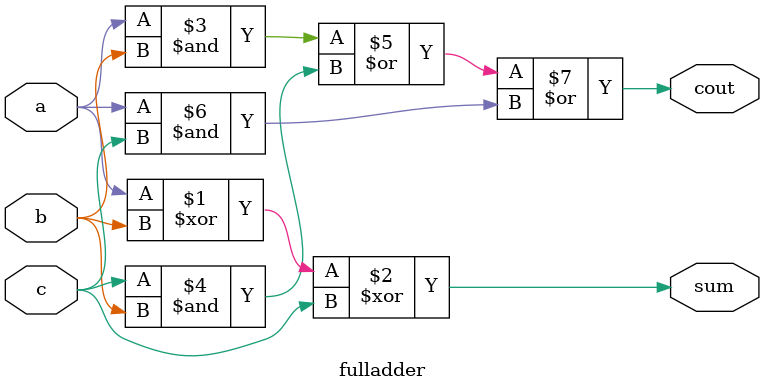
<source format=v>
`timescale 1ns / 1ps


module fulladder(
    input a,
    input b,
    input c,
    output sum,
    output cout
    );
   assign sum = a ^ b ^ c;
   assign cout = (a & b) | (c & b) | (a & c);
endmodule

</source>
